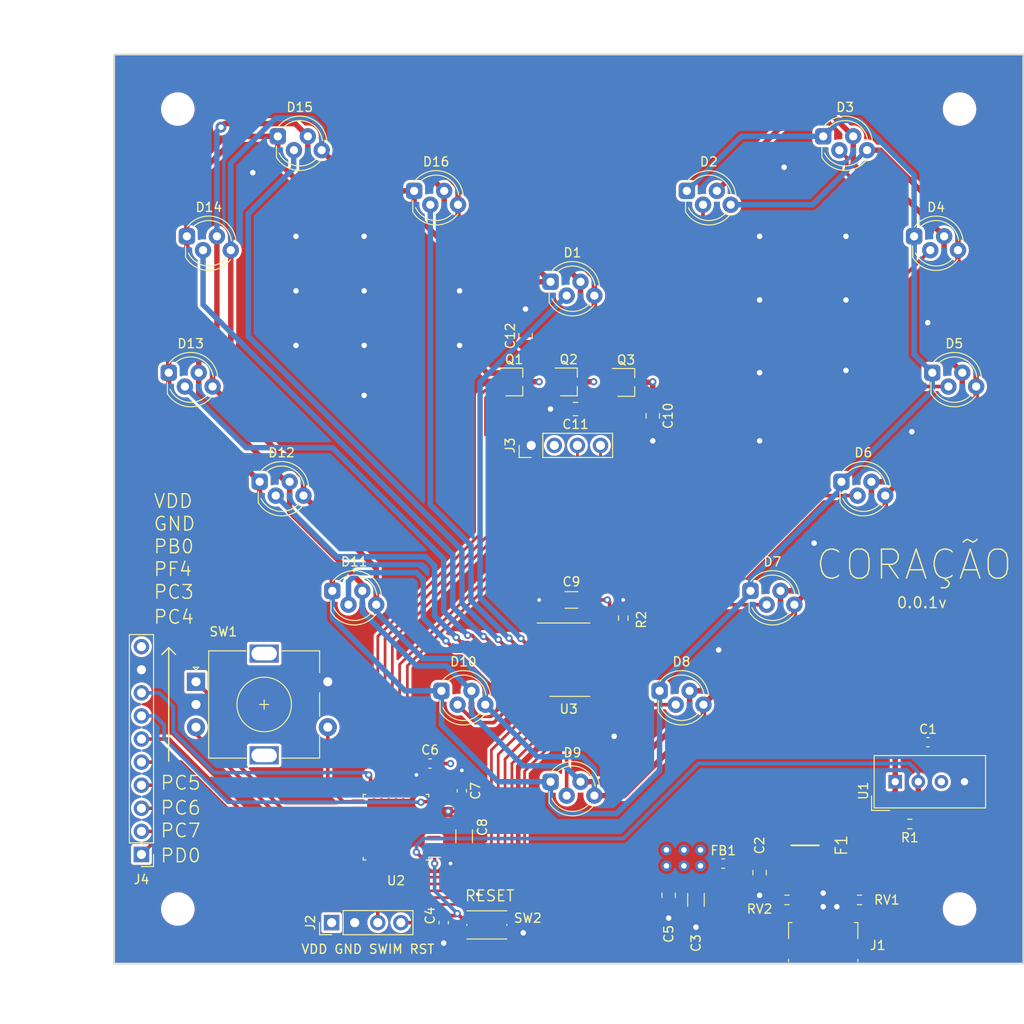
<source format=kicad_pcb>
(kicad_pcb (version 20221018) (generator pcbnew)
  (layers (0 "F.Cu" signal) (1 "In1.Cu" signal) (2 "In2.Cu" signal) (31 "B.Cu" signal) (34 "B.Paste" user) (35 "F.Paste" user) (36 "B.SilkS" user "B.Silkscreen") (37 "F.SilkS" user "F.Silkscreen") (38 "B.Mask" user) (39 "F.Mask" user) (44 "Edge.Cuts" user))
  (net 0 "")
  (net 4 "GND")
  (net 5 "5V")
  (net 6 "/FUSED_VBUS")
  (net 7 "/VBUS")
  (net 8 "SWIM")
  (net 9 "RST")
  (net 10 "SCL")
  (net 11 "SDA")
  (net 12 "RED")
  (net 13 "GREEN")
  (net 14 "BLUE")
  (net 15 "OUT0")
  (net 16 "OUT1")
  (net 17 "OUT2")
  (net 18 "OUT3")
  (net 19 "OUT4")
  (net 20 "OUT5")
  (net 21 "OUT6")
  (net 22 "OUT7")
  (net 23 "OUT8")
  (net 24 "OUT9")
  (net 25 "OUT10")
  (net 26 "OUT11")
  (net 27 "OUT12")
  (net 28 "OUT13")
  (net 29 "OUT14")
  (net 30 "OUT15")
  (net 31 "EN_RED")
  (net 32 "EN_GREEN")
  (net 33 "EN_BLUE")
  (net 34 "ENC_A")
  (net 35 "ENC_B")
  (net 36 "CLICK")
  (net 37 "SHLD")
  (net 38 "/PD0")
  (net 39 "/PC7")
  (net 40 "/PC6")
  (net 41 "/PC5")
  (net 42 "/PC4")
  (net 43 "/PC3")
  (net 44 "ADC0")
  (net 45 "ADC1")
  (net 46 "DHT22")
  (net 47 "MISO")
  (net 48 "MOSI")
  (net 49 "SCLK")
  (net 50 "LE")
  (net 51 "PWCLK")
  (net 52 "Net-(U2-VCAP)")
  (net 56 "/ledc/REXT")
  (footprint "Button_Switch_SMD:SW_Push_1P1T_NO_CK_KMR2" (layer "F.Cu") (at 141 145.75 180)
    (fp_text reference "SW2")
    (fp_text value "SW_Push" hide)
  )
  (footprint "Capacitor_SMD:C_0603_1608Metric" (layer "F.Cu") (at 136.25 145.5 90)
    (fp_text reference "C4")
    (fp_text value "100n" hide)
  )
  (footprint "Capacitor_SMD:C_0805_2012Metric" (layer "F.Cu") (at 161 142.5 -90)
    (fp_text reference "C5")
    (fp_text value "100n" hide)
  )
  (footprint "Package_SO:TSSOP-24_4.4x7.8mm_P0.65mm" (layer "F.Cu") (at 150.1375 116.575)
    (fp_text reference "U3")
    (fp_text value "LED1642GWTTR" hide)
  )
  (footprint "Resistor_SMD:R_0603_1608Metric" (layer "F.Cu") (at 187.525 134.65)
    (fp_text reference "R1")
    (fp_text value "5.1k" hide)
  )
  (footprint "Connector_PinHeader_2.54mm:PinHeader_1x10_P2.54mm_Vertical" (layer "F.Cu") (at 103 138 180)
    (fp_text reference "J4")
    (fp_text value "Conn_01x10_Pin" hide)
  )
  (footprint "LED_THT:LED_D5.0mm-4_RGB_Staggered_Pins" (layer "F.Cu") (at 108 70)
    (fp_text reference "D14")
    (fp_text value "LED_RKGB")
  )
  (footprint "LED_THT:LED_D5.0mm-4_RGB_Staggered_Pins" (layer "F.Cu") (at 118 59)
    (fp_text reference "D15")
    (fp_text value "LED_RKGB")
  )
  (footprint "Resistor_SMD:R_0603_1608Metric" (layer "F.Cu") (at 182 143 180)
    (fp_text reference "RV1")
    (fp_text value "V55MLA0603LNR" hide)
  )
  (footprint "Package_TO_SOT_SMD:TSOT-23" (layer "F.Cu") (at 150 86)
    (fp_text reference "Q2")
    (fp_text value "FDN340P" hide)
  )
  (footprint "Connector_PinHeader_2.54mm:PinHeader_1x04_P2.54mm_Vertical" (layer "F.Cu") (at 145.88 93 90)
    (fp_text reference "J3")
    (fp_text value "Conn_01x04_Pin" hide)
  )
  (footprint "Capacitor_SMD:C_1206_3216Metric" (layer "F.Cu") (at 138.5 136 -90)
    (fp_text reference "C8")
    (fp_text value "1u" hide)
  )
  (footprint "Capacitor_SMD:C_0805_2012Metric" (layer "F.Cu") (at 159.25 89.75 -90)
    (fp_text reference "C10")
    (fp_text value "TBD" hide)
  )
  (footprint "MountingHole:MountingHole_3.2mm_M3" (layer "F.Cu") (at 193 56)
    (fp_text reference "H2" hide)
    (fp_text value "MountingHole")
  )
  (footprint "Package_TO_SOT_SMD:TSOT-23" (layer "F.Cu") (at 144 86)
    (fp_text reference "Q1")
    (fp_text value "FDN340P" hide)
  )
  (footprint "LED_THT:LED_D5.0mm-4_RGB_Staggered_Pins" (layer "F.Cu") (at 124 109)
    (fp_text reference "D11")
    (fp_text value "LED_RKGB")
  )
  (footprint "Capacitor_SMD:C_0603_1608Metric" (layer "F.Cu") (at 134.75 128 180)
    (fp_text reference "C6")
    (fp_text value "100n" hide)
  )
  (footprint "Package_QFP:LQFP-32_7x7mm_P0.8mm" (layer "F.Cu") (at 131 135 180)
    (fp_text reference "U2")
    (fp_text value "STM8S105K6" hide)
  )
  (footprint "Package_TO_SOT_SMD:TSOT-23" (layer "F.Cu") (at 156.31 86.05)
    (fp_text reference "Q3")
    (fp_text value "FDN340P" hide)
  )
  (footprint "LED_THT:LED_D5.0mm-4_RGB_Staggered_Pins" (layer "F.Cu") (at 160 120)
    (fp_text reference "D8")
    (fp_text value "LED_RKGB")
  )
  (footprint "LED_THT:LED_D5.0mm-4_RGB_Staggered_Pins" (layer "F.Cu") (at 163 65)
    (fp_text reference "D2")
    (fp_text value "LED_RKGB")
  )
  (footprint "LED_THT:LED_D5.0mm-4_RGB_Staggered_Pins" (layer "F.Cu") (at 190 85)
    (fp_text reference "D5")
    (fp_text value "LED_RKGB")
  )
  (footprint "Capacitor_SMD:C_1206_3216Metric" (layer "F.Cu") (at 164 143 -90)
    (fp_text reference "C3")
    (fp_text value "1u" hide)
  )
  (footprint "Resistor_SMD:R_0603_1608Metric" (layer "F.Cu") (at 156 112 90)
    (fp_text reference "R2")
    (fp_text value "11k" hide)
  )
  (footprint "LED_THT:LED_D5.0mm-4_RGB_Staggered_Pins" (layer "F.Cu") (at 106 85)
    (fp_text reference "D13")
    (fp_text value "LED_RKGB")
  )
  (footprint "LED_THT:LED_D5.0mm-4_RGB_Staggered_Pins" (layer "F.Cu") (at 180 97)
    (fp_text reference "D6")
    (fp_text value "LED_RKGB")
  )
  (footprint "Resistor_SMD:R_0603_1608Metric" (layer "F.Cu") (at 174 143 180)
    (fp_text reference "RV2")
    (fp_text value "V55MLA0603LNR" hide)
  )
  (footprint "LED_THT:LED_D5.0mm-4_RGB_Staggered_Pins" (layer "F.Cu") (at 148 130)
    (fp_text reference "D9")
    (fp_text value "LED_RKGB")
  )
  (footprint "LED_THT:LED_D5.0mm-4_RGB_Staggered_Pins" (layer "F.Cu") (at 136 120)
    (fp_text reference "D10")
    (fp_text value "LED_RKGB")
  )
  (footprint "Connector_PinHeader_2.54mm:PinHeader_1x04_P2.54mm_Vertical" (layer "F.Cu") (at 123.92 145.5 90)
    (fp_text reference "J2")
    (fp_text value "Conn_01x04_Pin" hide)
  )
  (footprint "pcrap:MINISMDC050F2" (layer "F.Cu") (at 176 137 90)
    (fp_text reference "F1")
    (fp_text value "MINISMDC050F-2" hide)
  )
  (footprint "MountingHole:MountingHole_3.2mm_M3" (layer "F.Cu") (at 107 144)
    (fp_text reference "H3" hide)
    (fp_text value "MountingHole")
  )
  (footprint "Capacitor_SMD:C_0805_2012Metric" (layer "F.Cu") (at 171 140 -90)
    (fp_text reference "C2")
    (fp_text value "100n" hide)
  )
  (footprint "Capacitor_SMD:C_0603_1608Metric" (layer "F.Cu") (at 138.25 131 90)
    (fp_text reference "C7")
    (fp_text value "100n" hide)
  )
  (footprint "Capacitor_SMD:C_0805_2012Metric" (layer "F.Cu") (at 145.25 80.95 90)
    (fp_text reference "C12")
    (fp_text value "TBD" hide)
  )
  (footprint "LED_THT:LED_D5.0mm-4_RGB_Staggered_Pins" (layer "F.Cu") (at 116 97)
    (fp_text reference "D12")
    (fp_text value "LED_RKGB")
  )
  (footprint "Sensor:Aosong_DHT11_5.5x12.0_P2.54mm" (layer "F.Cu") (at 185.92 130 90)
    (fp_text reference "U1")
    (fp_text value "DHT11" hide)
  )
  (footprint "LED_THT:LED_D5.0mm-4_RGB_Staggered_Pins" (layer "F.Cu") (at 133 65)
    (fp_text reference "D16")
    (fp_text value "LED_RKGB")
  )
  (footprint "LED_THT:LED_D5.0mm-4_RGB_Staggered_Pins" (layer "F.Cu") (at 148 75)
    (fp_text reference "D1")
    (fp_text value "LED_RKGB")
  )
  (footprint "MountingHole:MountingHole_3.2mm_M3" (layer "F.Cu") (at 107 56)
    (fp_text reference "H1" hide)
    (fp_text value "MountingHole")
  )
  (footprint "Rotary_Encoder:RotaryEncoder_Alps_EC11E-Switch_Vertical_H20mm" (layer "F.Cu") (at 109 119)
    (fp_text reference "SW1")
    (fp_text value "RotaryEncoder_Switch")
  )
  (footprint "Inductor_SMD:L_0603_1608Metric" (layer "F.Cu") (at 167 139)
    (fp_text reference "FB1")
    (fp_text value "220@100MHz" hide)
  )
  (footprint "Capacitor_SMD:C_1206_3216Metric" (layer "F.Cu") (at 150.3 110 180)
    (fp_text reference "C9")
    (fp_text value "1u" hide)
  )
  (footprint "Connector_USB:USB_Micro-B_Molex_47346-0001" (layer "F.Cu") (at 178 147.2)
    (fp_text reference "J1")
    (fp_text value "USB_B_Micro" hide)
  )
  (footprint "LED_THT:LED_D5.0mm-4_RGB_Staggered_Pins" (layer "F.Cu") (at 170 109)
    (fp_text reference "D7")
    (fp_text value "LED_RKGB")
  )
  (footprint "LED_THT:LED_D5.0mm-4_RGB_Staggered_Pins" (layer "F.Cu") (at 188 70)
    (fp_text reference "D4")
    (fp_text value "LED_RKGB")
  )
  (footprint "MountingHole:MountingHole_3.2mm_M3" (layer "F.Cu") (at 193 144)
    (fp_text reference "H4" hide)
    (fp_text value "MountingHole")
  )
  (footprint "LED_THT:LED_D5.0mm-4_RGB_Staggered_Pins" (layer "F.Cu") (at 178 59)
    (fp_text reference "D3")
    (fp_text value "LED_RKGB")
  )
  (footprint "Capacitor_SMD:C_0603_1608Metric" (layer "F.Cu") (at 189.525 125.65)
    (fp_text reference "C1")
    (fp_text value "100n" hide)
  )
  (footprint "Capacitor_SMD:C_0805_2012Metric" (layer "F.Cu") (at 150.75 89 180)
    (fp_text reference "C11")
    (fp_text value "TBD" hide)
  )
  (gr_line (start 106 127.75) (end 106 115.25) (stroke (width 0.15)) (layer "F.SilkS"))
  (gr_line (start 106 115.25) (end 105.25 116) (stroke (width 0.15)) (layer "F.SilkS"))
  (gr_line (start 106 115.25) (end 106.75 116) (stroke (width 0.15)) (layer "F.SilkS"))
  (gr_rect (start 100 50) (end 200 150) (stroke (width 0.2)) (fill none) (layer "Edge.Cuts"))
  (gr_text "CORAÇÃO" (at 177 108) (layer "F.SilkS") (effects (font (size 3.2 3.2)) (justify left bottom)))
  (gr_text "0.0.1v" (at 186 111) (layer "F.SilkS") (effects (font (size 1.2 1.2)) (justify left bottom)))
  (gr_text "PD0" (at 105 139) (layer "F.SilkS") (effects (font (size 1.5 1.5)) (justify left bottom)))
  (gr_text "PB0" (at 104.25 105) (layer "F.SilkS") (effects (font (size 1.5 1.5)) (justify left bottom)))
  (gr_text "PC3" (at 104.25 110) (layer "F.SilkS") (effects (font (size 1.5 1.5)) (justify left bottom)))
  (gr_text "RESET" (at 138.5 143.25) (layer "F.SilkS") (effects (font (size 1.2 1.2)) (justify left bottom)))
  (gr_text "PC5" (at 105 131) (layer "F.SilkS") (effects (font (size 1.5 1.5)) (justify left bottom)))
  (gr_text "VDD GND SWIM RST" (at 120.5 149) (layer "F.SilkS") (effects (font (size 1 1)) (justify left bottom)))
  (gr_text "PC4" (at 104.25 112.75) (layer "F.SilkS") (effects (font (size 1.5 1.5)) (justify left bottom)))
  (gr_text "GND" (at 104.25 102.5) (layer "F.SilkS") (effects (font (size 1.5 1.5)) (justify left bottom)))
  (gr_text "PC6" (at 105 133.75) (layer "F.SilkS") (effects (font (size 1.5 1.5)) (justify left bottom)))
  (gr_text "PF4" (at 104.25 107.5) (layer "F.SilkS") (effects (font (size 1.5 1.5)) (justify left bottom)))
  (gr_text "PC7" (at 105 136.25) (layer "F.SilkS") (effects (font (size 1.5 1.5)) (justify left bottom)))
  (gr_text "VDD" (at 104.25 100) (layer "F.SilkS") (effects (font (size 1.5 1.5)) (justify left bottom)))
  (segment (start 133.5 128) (end 133.25 128.25) (width 0.4) (layer "F.Cu") (net 4))
  (segment (start 146.25 110) (end 145.25 111) (width 0.4) (layer "F.Cu") (net 4))
  (segment (start 145.25 111) (end 145.25 112.25) (width 0.4) (layer "F.Cu") (net 4))
  (segment (start 179.3 145.74) (end 179.3 143.95) (width 0.4) (layer "F.Cu") (net 4))
  (segment (start 179.3 143.95) (end 179.5 143.75) (width 0.4) (layer "F.Cu") (net 4))
  (segment (start 145.25 112.25) (end 146 113) (width 0.4) (layer "F.Cu") (net 4))
  (segment (start 133.975 128) (end 133.5 128) (width 0.4) (layer "F.Cu") (net 4))
  (segment (start 133 129.5) (end 133 130.825) (width 0.4) (layer "F.Cu") (net 4))
  (segment (start 146 113) (end 147.275 113) (width 0.4) (layer "F.Cu") (net 4))
  (segment (start 181.175 143) (end 180.25 143) (width 0.4) (layer "F.Cu") (net 4))
  (segment (start 190.3 125.65) (end 192.4 125.65) (width 0.6) (layer "F.Cu") (net 4))
  (segment (start 146.75 110) (end 146.25 110) (width 0.4) (layer "F.Cu") (net 4))
  (segment (start 193.54 126.79) (end 193.54 130) (width 0.6) (layer "F.Cu") (net 4))
  (segment (start 137 139) (end 137.5 139) (width 0.4) (layer "F.Cu") (net 4))
  (segment (start 148.825 110) (end 146.75 110) (width 0.4) (layer "F.Cu") (net 4))
  (segment (start 138.5 138) (end 138.5 137.475) (width 0.4) (layer "F.Cu") (net 4))
  (segment (start 138.25 130.225) (end 138.25 128.75) (width 0.4) (layer "F.Cu") (net 4))
  (segment (start 164 144.475) (end 164 145.75) (width 0.6) (layer "F.Cu") (net 4))
  (segment (start 133.25 129.25) (end 133 129.5) (width 0.4) (layer "F.Cu") (net 4))
  (segment (start 180.25 143) (end 179.5 143.75) (width 0.4) (layer "F.Cu") (net 4))
  (segment (start 137.5 139) (end 138.5 138) (width 0.4) (layer "F.Cu") (net 4))
  (segment (start 136.25 146.275) (end 136.25 147.5) (width 0.4) (layer "F.Cu") (net 4))
  (segment (start 171 142.25) (end 171 140.95) (width 0.6) (layer "F.Cu") (net 4))
  (segment (start 161 143.45) (end 161 144.75) (width 0.6) (layer "F.Cu") (net 4))
  (segment (start 192.4 125.65) (end 193.54 126.79) (width 0.6) (layer "F.Cu") (net 4))
  (segment (start 156 110) (end 156 111.175) (width 0.4) (layer "F.Cu") (net 4))
  (segment (start 133.25 128.25) (end 133.25 129.25) (width 0.4) (layer "F.Cu") (net 4))
  (via (at 145 146.625) (size 1.2) (drill 0.6) (layers "F.Cu" "B.Cu") (net 4))
  (via (at 138 76) (size 1.2) (drill 0.6) (layers "F.Cu" "B.Cu") (net 4))
  (via (at 120 82) (size 1.2) (drill 0.6) (layers "F.Cu" "B.Cu") (net 4))
  (via (at 136.25 147.75) (size 1.2) (drill 0.6) (layers "F.Cu" "B.Cu") (net 4))
  (via (at 156 110) (size 0.8) (drill 0.4) (layers "F.Cu" "B.Cu") (net 4))
  (via (at 171 142.5) (size 1.2) (drill 0.6) (layers "F.Cu" "B.Cu") (net 4))
  (via (at 180.5 77) (size 1.2) (drill 0.6) (layers "F.Cu" "B.Cu") (net 4))
  (via (at 178 143.75) (size 1.2) (drill 0.6) (layers "F.Cu" "B.Cu") (net 4))
  (via (at 180.5 84.75) (size 1.2) (drill 0.6) (layers "F.Cu" "B.Cu") (net 4))
  (via (at 171 77) (size 1.2) (drill 0.6) (layers "F.Cu" "B.Cu") (net 4))
  (via (at 127.5 82) (size 1.2) (drill 0.6) (layers "F.Cu" "B.Cu") (net 4))
  (via (at 115.25 63) (size 1.2) (drill 0.6) (layers "F.Cu" "B.Cu") (net 4))
  (via (at 140 142.375) (size 0.8) (drill 0.4) (layers "F.Cu" "B.Cu") (net 4))
  (via (at 138 82) (size 1.2) (drill 0.6) (layers "F.Cu" "B.Cu") (net 4))
  (via (at 127.5 76) (size 1.2) (drill 0.6) (layers "F.Cu" "B.Cu") (net 4))
  (via (at 173.7 62.4) (size 1.2) (drill 0.6) (layers "F.Cu" "B.Cu") (net 4))
  (via (at 138.25 128.75) (size 0.8) (drill 0.4) (layers "F.Cu" "B.Cu") (net 4))
  (via (at 171 92.5) (size 1.2) (drill 0.6) (layers "F.Cu" "B.Cu") (net 4))
  (via (at 120 76) (size 1.2) (drill 0.6) (layers "F.Cu" "B.Cu") (net 4))
  (via (at 171 70) (size 1.2) (drill 0.6) (layers "F.Cu" "B.Cu") (net 4))
  (via (at 133.25 129.25) (size 0.8) (drill 0.4) (layers "F.Cu" "B.Cu") (net 4))
  (via (at 178 142.25) (size 1.2) (drill 0.6) (layers "F.Cu" "B.Cu") (net 4))
  (via (at 155 125) (size 1.2) (drill 0.6) (layers "F.Cu" "B.Cu") (net 4))
  (via (at 189.5 79.5) (size 1.2) (drill 0.6) (layers "F.Cu" "B.Cu") (net 4))
  (via (at 148 89) (size 1.2) (drill 0.6) (layers "F.Cu" "B.Cu") (net 4))
  (via (at 137 139) (size 0.8) (drill 0.4) (layers "F.Cu" "B.Cu") (net 4))
  (via (at 179.5 143.75) (size 1.2) (drill 0.6) (layers "F.Cu" "B.Cu") (net 4))
  (via (at 120 70) (size 1.2) (drill 0.6) (layers "F.Cu" "B.Cu") (net 4))
  (via (at 159.25 92.5) (size 1.2) (drill 0.6) (layers "F.Cu" "B.Cu") (net 4))
  (via (at 145.25 78) (size 1.2) (drill 0.6) (layers "F.Cu" "B.Cu") (net 4))
  (via (at 146.75 110) (size 0.8) (drill 0.4) (layers "F.Cu" "B.Cu") (net 4))
  (via (at 177 103.75) (size 1.2) (drill 0.6) (layers "F.Cu" "B.Cu") (net 4))
  (via (at 164 146) (size 1.2) (drill 0.6) (layers "F.Cu" "B.Cu") (net 4))
  (via (at 127.5 70) (size 1.2) (drill 0.6) (layers "F.Cu" "B.Cu") (net 4))
  (via (at 127.5 87.5) (size 1.2) (drill 0.6) (layers "F.Cu" "B.Cu") (net 4))
  (via (at 171 85) (size 1.2) (drill 0.6) (layers "F.Cu" "B.Cu") (net 4))
  (via (at 166.5 115.5) (size 1.2) (drill 0.6) (layers "F.Cu" "B.Cu") (net 4))
  (via (at 180.5 70) (size 1.2) (drill 0.6) (layers "F.Cu" "B.Cu") (net 4))
  (via (at 161 145) (size 1.2) (drill 0.6) (layers "F.Cu" "B.Cu") (net 4))
  (via (at 187.75 91.5) (size 1.2) (drill 0.6) (layers "F.Cu" "B.Cu") (net 4))
  (segment (start 135.525 128) (end 135.525 128.725) (width 0.4) (layer "F.Cu") (net 5))
  (segment (start 154.25 110) (end 151.775 110) (width 0.4) (layer "F.Cu") (net 5))
  (segment (start 152.75 86) (end 151.31 86) (width 0.6) (layer "F.Cu") (net 5))
  (segment (start 159.25 88.8) (end 159.25 86) (width 0.6) (layer "F.Cu") (net 5))
  (segment (start 154.5 110.25) (end 154.25 110) (width 0.4) (layer "F.Cu") (net 5))
  (segment (start 153 113) (end 154.25 113) (width 0.4) (layer "F.Cu") (net 5))
  (segment (start 184.75 132.25) (end 184.75 134) (width 0.6) (layer "F.Cu") (net 5))
  (segment (start 138.25 131.775) (end 138.25 132.75) (width 0.4) (layer "F.Cu") (net 5))
  (segment (start 157.62 86.05) (end 159.2 86.05) (width 0.6) (layer "F.Cu") (net 5))
  (segment (start 185.4 134.65) (end 186.7 134.65) (width 0.6) (layer "F.Cu") (net 5))
  (segment (start 151.7 86.39) (end 151.31 86) (width 0.6) (layer "F.Cu") (net 5))
  (segment (start 185.92 131.08) (end 184.75 132.25) (width 0.6) (layer "F.Cu") (net 5))
  (segment (start 137 128) (end 135.525 128) (width 0.4) (layer "F.Cu") (net 5))
  (segment (start 137.75 133.25) (end 136.75 133.25) (width 0.4) (layer "F.Cu") (net 5))
  (segment (start 161.025 141.525) (end 161 141.55) (width 0.4) (layer "F.Cu") (net 5))
  (segment (start 184.75 134) (end 185.4 134.65) (width 0.6) (layer "F.Cu") (net 5))
  (segment (start 151.7 89) (end 151.7 86.39) (width 0.6) (layer "F.Cu") (net 5))
  (segment (start 135.525 128.725) (end 133.8 130.45) (width 0.4) (layer "F.Cu") (net 5))
  (segment (start 159.2 86.05) (end 159.25 86) (width 0.6) (layer "F.Cu") (net 5))
  (segment (start 188.75 125.65) (end 187.1 125.65) (width 0.6) (layer "F.Cu") (net 5))
  (segment (start 185.92 130) (end 185.92 131.08) (width 0.6) (layer "F.Cu") (net 5))
  (segment (start 154.25 113) (end 154.5 112.75) (width 0.4) (layer "F.Cu") (net 5))
  (segment (start 154.5 112.75) (end 154.5 110.25) (width 0.4) (layer "F.Cu") (net 5))
  (segment (start 138.25 132.75) (end 137.75 133.25) (width 0.4) (layer "F.Cu") (net 5))
  (segment (start 185.92 126.83) (end 185.92 130) (width 0.6) (layer "F.Cu") (net 5))
  (segment (start 133.8 130.45) (end 133.8 130.825) (width 0.4) (layer "F.Cu") (net 5))
  (segment (start 187.1 125.65) (end 185.92 126.83) (width 0.6) (layer "F.Cu") (net 5))
  (segment (start 146.75 86) (end 145.31 86) (width 0.6) (layer "F.Cu") (net 5))
  (segment (start 145.25 85.94) (end 145.31 86) (width 0.6) (layer "F.Cu") (net 5))
  (segment (start 145.25 81.9) (end 145.25 85.94) (width 0.6) (layer "F.Cu") (net 5))
  (via (at 162.675 139.25) (size 1.2) (drill 0.6) (layers "F.Cu" "B.Cu") (net 5))
  (via (at 160.75 139.25) (size 1.2) (drill 0.6) (layers "F.Cu" "B.Cu") (net 5))
  (via (at 164.5 139.25) (size 1.2) (drill 0.6) (layers "F.Cu" "B.Cu") (net 5))
  (via (at 137 128) (size 0.8) (drill 0.4) (layers "F.Cu" "B.Cu") (net 5))
  (via (at 146.75 86) (size 0.8) (drill 0.4) (layers "F.Cu" "B.Cu") (net 5))
  (via (at 152.75 86) (size 0.8) (drill 0.4) (layers "F.Cu" "B.Cu") (net 5))
  (via (at 154.25 110) (size 0.8) (drill 0.4) (layers "F.Cu" "B.Cu") (net 5))
  (via (at 136.75 133.25) (size 0.8) (drill 0.4) (layers "F.Cu" "B.Cu") (net 5))
  (via (at 162.675 137.5) (size 1.2) (drill 0.6) (layers "F.Cu" "B.Cu") (net 5))
  (via (at 159.25 86) (size 0.8) (drill 0.4) (layers "F.Cu" "B.Cu") (net 5))
  (via (at 164.5 137.5) (size 1.2) (drill 0.6) (layers "F.Cu" "B.Cu") (net 5))
  (via (at 160.75 137.5) (size 1.2) (drill 0.6) (layers "F.Cu" "B.Cu") (net 5))
  (segment (start 167.8375 139.05) (end 167.7875 139) (width 0.4) (layer "F.Cu") (net 6))
  (segment (start 172.39 134.61) (end 171 136) (width 0.6) (layer "F.Cu") (net 6))
  (segment (start 176 134.61) (end 172.39 134.61) (width 0.6) (layer "F.Cu") (net 6))
  (segment (start 171 136) (end 171 139.05) (width 0.6) (layer "F.Cu") (net 6))
  (segment (start 171 139.05) (end 167.8375 139.05) (width 0.6) (layer "F.Cu") (net 6))
  (segment (start 176.7 144.95) (end 176 144.25) (width 0.4) (layer "F.Cu") (net 7))
  (segment (start 176 143) (end 176 139.39) (width 0.6) (layer "F.Cu") (net 7))
  (segment (start 176 143) (end 174.825 143) (width 0.6) (layer "F.Cu") (net 7))
  (segment (start 176.7 145.74) (end 176.7 144.95) (width 0.4) (layer "F.Cu") (net 7))
  (segment (start 176 144.25) (end 176 143) (width 0.6) (layer "F.Cu") (net 7))
  (segment (start 129 145.5) (end 129 139.175) (width 0.4) (layer "F.Cu") (net 8))
  (segment (start 136.25 144.725) (end 137.525 144.725) (width 0.4) (layer "F.Cu") (net 9))
  (segment (start 135.25 139) (end 135.25 137.875) (width 0.4) (layer "F.Cu") (net 9))
  (segment (start 138.25 145) (end 137.75 144.5) (width 0.4) (layer "F.Cu") (net 9))
  (segment (start 136.25 144.725) (end 134.775 144.725) (width 0.4) (layer "F.Cu") (net 9))
  (segment (start 137.525 144.725) (end 137.75 144.5) (width 0.4) (layer "F.Cu") (net 9))
  (segment (start 134 145.5) (end 131.54 145.5) (width 0.4) (layer "F.Cu") (net 9))
  (segment (start 135.25 137.875) (end 135.175 137.8) (width 0.4) (layer "F.Cu") (net 9))
  (segment (start 143.15 145) (end 139.05 145) (width 0.4) (layer "F.Cu") (net 9))
  (segment (start 139.05 145) (end 138.25 145) (width 0.4) (layer "F.Cu") (net 9))
  (segment (start 134.775 144.725) (end 134 145.5) (width 0.4) (layer "F.Cu") (net 9))
  (via (at 135.25 139) (size 0.8) (drill 0.4) (layers "F.Cu" "B.Cu") (net 9))
  (via (at 137.75 144.5) (size 0.8) (drill 0.4) (layers "F.Cu" "B.Cu") (net 9))
  (segment (start 135.25 142) (end 135.25 139) (width 0.4) (layer "B.Cu") (net 9))
  (segment (start 137.75 144.5) (end 135.25 142) (width 0.4) (layer "B.Cu") (net 9))
  (segment (start 150.96 97.54) (end 150.96 93) (width 0.3) (layer "F.Cu") (net 10))
  (segment (start 131.4 117.1) (end 150.96 97.54) (width 0.3) (layer "F.Cu") (net 10))
  (segment (start 131.4 130.825) (end 131.4 117.1) (width 0.3) (layer "F.Cu") (net 10))
  (segment (start 132.25 117.25) (end 153.5 96) (width 0.3) (layer "F.Cu") (net 11))
  (segment (start 132.25 130.775) (end 132.25 117.25) (width 0.3) (layer "F.Cu") (net 11))
  (segment (start 132.2 130.825) (end 132.25 130.775) (width 0.3) (layer "F.Cu") (net 11))
  (segment (start 153.5 96) (end 153.5 93) (width 0.3) (layer "F.Cu") (net 11))
  (segment (start 113.5 59) (end 108 64.5) (width 0.6) (layer "F.Cu") (net 12))
  (segment (start 106 83) (end 106 85) (width 0.6) (layer "F.Cu") (net 12))
  (segment (start 140.5 76.8) (end 142.3 75) (width 0.6) (layer "F.Cu") (net 12))
  (segment (start 108 81) (end 106 83) (width 0.6) (layer "F.Cu") (net 12))
  (segment (start 106 85) (end 106 87) (width 0.6) (layer "F.Cu") (net 12))
  (segment (start 108 64.5) (end 108 70) (width 0.6) (layer "F.Cu") (net 12))
  (segment (start 144.25 71.25) (end 136.75 71.25) (width 0.6) (layer "F.Cu") (net 12))
  (segment (start 140.5 84.5) (end 140.5 76.8) (width 0.6) (layer "F.Cu") (net 12))
  (segment (start 108 70) (end 108 81) (width 0.6) (layer "F.Cu") (net 12))
  (segment (start 133 65) (end 121.25 65) (width 0.6) (layer "F.Cu") (net 12))
  (segment (start 118 61.75) (end 118 59) (width 0.6) (layer "F.Cu") (net 12))
  (segment (start 142.3 75) (end 148 75) (width 0.6) (layer "F.Cu") (net 12))
  (segment (start 142.69 85.05) (end 141.05 85.05) (width 0.6) (layer "F.Cu") (net 12))
  (segment (start 148 75) (end 144.25 71.25) (width 0.6) (layer "F.Cu") (net 12))
  (segment (start 106 87) (end 116 97) (width 0.6) (layer "F.Cu") (net 12))
  (segment (start 141.05 85.05) (end 140.5 84.5) (width 0.6) (layer "F.Cu") (net 12))
  (segment (start 118 59) (end 113.5 59) (width 0.6) (layer "F.Cu") (net 12))
  (segment (start 136.75 71.25) (end 133 67.5) (width 0.6) (layer "F.Cu") (net 12))
  (segment (start 121.25 65) (end 118 61.75) (width 0.6) (layer "F.Cu") (net 12))
  (segment (start 133 67.5) (end 133 65) (width 0.6) (layer "F.Cu") (net 12))
  (segment (start 116 97) (end 116 99.5) (width 0.6) (layer "F.Cu") (net 12))
  (segment (start 124 107.5) (end 124 109) (width 0.6) (layer "F.Cu") (net 12))
  (segment (start 116 99.5) (end 124 107.5) (width 0.6) (layer "F.Cu") (net 12))
  (segment (start 148 130) (end 148 132.5) (width 0.6) (layer "B.Cu") (net 12))
  (segment (start 124 109) (end 124 112) (width 0.6) (layer "B.Cu") (net 12))
  (segment (start 170 109.25) (end 170 109) (width 0.6) (layer "B.Cu") (net 12))
  (segment (start 178 59) (end 169 59) (width 0.6) (layer "B.Cu") (net 12))
  (segment (start 136 120) (end 136 123.75) (width 0.6) (layer "B.Cu") (net 12))
  (segment (start 188 83) (end 188 70) (width 0.6) (layer "B.Cu") (net 12))
  (segment (start 190 85) (end 188 83) (width 0.6) (layer "B.Cu") (net 12))
  (segment (start 179.75 57.25) (end 178 59) (width 0.6) (layer "B.Cu") (net 12))
  (segment (start 180 97) (end 190 87) (width 0.6) (layer "B.Cu") (net 12))
  (segment (start 169 59) (end 163 65) (width 0.6) (layer "B.Cu") (net 12))
  (segment (start 155.25 133.5) (end 160 128.75) (width 0.6) (layer "B.Cu") (net 12))
  (segment (start 142.25 130) (end 148 130) (width 0.6) (layer "B.Cu") (net 12))
  (segment (start 160 119.25) (end 170 109.25) (width 0.6) (layer "B.Cu") (net 12))
  (segment (start 182 57.25) (end 179.75 57.25) (width 0.6) (layer "B.Cu") (net 12))
  (segment (start 188 63.25) (end 182 57.25) (width 0.6) (layer "B.Cu") (net 12))
  (segment (start 190 87) (end 190 85) (width 0.6) (layer "B.Cu") (net 12))
  (segment (start 132 120) (end 136 120) (width 0.6) (layer "B.Cu") (net 12))
  (segment (start 180 97.75) (end 180 97) (width 0.6) (layer "B.Cu") (net 12))
  (segment (start 170 109) (end 170 107.75) (width 0.6) (layer "B.Cu") (net 12))
  (segment (start 160 120) (end 160 119.25) (width 0.6) (layer "B.Cu") (net 12))
  (segment (start 124 112) (end 132 120) (width 0.6) (layer "B.Cu") (net 12))
  (segment (start 136 123.75) (end 142.25 130) (width 0.6) (layer "B.Cu") (net 12))
  (segment (start 170 107.75) (end 180 97.75) (width 0.6) (layer "B.Cu") (net 12))
  (segment (start 188 70) (end 188 63.25) (width 0.6) (layer "B.Cu") (net 12))
  (segment (start 160 128.75) (end 160 120) (width 0.6) (layer "B.Cu") (net 12))
  (segment (start 148 132.5) (end 149 133.5) (width 0.6) (layer "B.Cu") (net 12))
  (segment (start 149 133.5) (end 155.25 133.5) (width 0.6) (layer "B.Cu") (net 12))
  (segment (start 183.802 62.5) (end 181.75 62.5) (width 0.6) (layer "F.Cu") (net 13))
  (segment (start 144.75 70.25) (end 138.5 70.25) (width 0.6) (layer "F.Cu") (net 13))
  (segment (start 112.15 57.6) (end 111.75 58) (width 0.6) (layer "F.Cu") (net 13))
  (segment (start 147.5 73) (end 144.75 70.25) (width 0.6) (layer "F.Cu") (net 13))
  (segment (start 173.302 111.272792) (end 173.302 109) (width 0.6) (layer "F.Cu") (net 13))
  (segment (start 151.302 75) (end 149.302 73) (width 0.6) (layer "F.Cu") (net 13))
  (segment (start 193.302 85) (end 193.302 88.573) (width 0.6) (layer "F.Cu") (net 13))
  (segment (start 138.5 70.25) (end 136.302 68.052) (width 0.6) (layer "F.Cu") (net 13))
  (segment (start 147 83) (end 151.302 78.698) (width 0.6) (layer "F.Cu") (net 13))
  (segment (start 181.302 59) (end 179.052 56.75) (width 0.6) (layer "F.Cu") (net 13))
  (segment (start 109.302 87.427) (end 118.875 97) (width 0.6) (layer "F.Cu") (net 13))
  (segment (start 118.875 97) (end 119.302 97) (width 0.6) (layer "F.Cu") (net 13))
  (segment (start 193.302 85) (end 191.302 83) (width 0.6) (layer "F.Cu") (net 13))
  (segment (start 121.302 59) (end 119.902 57.6) (width 0.6) (layer "F.Cu") (net 13))
  (segment (start 181.302 62.052) (end 181.302 59) (width 0.6) (layer "F.Cu") (net 13))
  (segment (start 155.5 130) (end 163.302 122.198) (width 0.6) (layer "F.Cu") (net 13))
  (segment (start 147 84.5) (end 147 83) (width 0.6) (layer "F.Cu") (net 13))
  (segment (start 173.302 109) (end 174.75 109) (width 0.6) (layer "F.Cu") (net 13))
  (segment (start 134.552 63.25) (end 123 63.25) (width 0.6) (layer "F.Cu") (net 13))
  (segment (start 184.875 97) (end 183.302 97) (width 0.6) (layer "F.Cu") (net 13))
  (segment (start 119.902 57.6) (end 112.15 57.6) (width 0.6) (layer "F.Cu") (net 13))
  (segment (start 174.75 109) (end 183.302 100.448) (width 0.6) (layer "F.Cu") (net 13))
  (segment (start 163.302 120) (end 164.574792 120) (width 0.6) (layer "F.Cu") (net 13))
  (segment (start 111.302 80.948) (end 109.302 82.948) (width 0.6) (layer "F.Cu") (net 13))
  (segment (start 119.302 97) (end 119.302 100.302) (width 0.6) (layer "F.Cu") (net 13))
  (segment (start 181.75 62.5) (end 181.302 62.052) (width 0.6) (layer "F.Cu") (net 13))
  (segment (start 191.302 83) (end 191.302 70) (width 0.6) (layer "F.Cu") (net 13))
  (segment (start 127.302 108.302) (end 127.302 109) (width 0.6) (layer "F.Cu") (net 13))
  (segment (start 121.302 61.552) (end 121.302 59) (width 0.6) (layer "F.Cu") (net 13))
  (segment (start 163.302 122.198) (end 163.302 120) (width 0.6) (layer "F.Cu") (net 13))
  (segment (start 191.302 70) (end 183.802 62.5) (width 0.6) (layer "F.Cu") (net 13))
  (segment (start 109.302 82.948) (end 109.302 85) (width 0.6) (layer "F.Cu") (net 13))
  (segment (start 111.302 70) (end 111.302 80.948) (width 0.6) (layer "F.Cu") (net 13))
  (segment (start 193.302 88.573) (end 184.875 97) (width 0.6) (layer "F.Cu") (net 13))
  (segment (start 119.302 100.302) (end 127.302 108.302) (width 0.6) (layer "F.Cu") (net 13))
  (segment (start 183.302 100.448) (end 183.302 97) (width 0.6) (layer "F.Cu") (net 13))
  (segment (start 148.69 85.05) (end 147.55 85.05) (width 0.6) (layer "F.Cu") (net 13))
  (segment (start 179.052 56.75) (end 174.552 56.75) (width 0.6) (layer "F.Cu") (net 13))
  (segment (start 147.55 85.05) (end 147 84.5) (width 0.6) (layer "F.Cu") (net 13))
  (segment (start 151.302 130) (end 155.5 130) (width 0.6) (layer "F.Cu") (net 13))
  (segment (start 123 63.25) (end 121.302 61.552) (width 0.6) (layer "F.Cu") (net 13))
  (segment (start 109.302 85) (end 109.302 87.427) (width 0.6) (layer "F.Cu") (net 13))
  (segment (start 136.302 68.052) (end 136.302 65) (width 0.6) (layer "F.Cu") (net 13))
  (segment (start 149.302 73) (end 147.5 73) (width 0.6) (layer "F.Cu") (net 13))
  (segment (start 174.552 56.75) (end 166.302 65) (width 0.6) (layer "F.Cu") (net 13))
  (segment (start 151.302 78.698) (end 151.302 75) (width 0.6) (layer "F.Cu") (net 13))
  (segment (start 164.574792 120) (end 173.302 111.272792) (width 0.6) (layer "F.Cu") (net 13))
  (segment (start 136.302 65) (end 134.552 63.25) (width 0.6) (layer "F.Cu") (net 13))
  (via (at 111.75 58) (size 1.2) (drill 0.6) (layers "F.Cu" "B.Cu") (net 13))
  (segment (start 139.302 122.552) (end 145 128.25) (width 0.6) (layer "B.Cu") (net 13))
  (segment (start 111.302 58.448) (end 111.302 70) (width 0.6) (layer "B.Cu") (net 13))
  (segment (start 127.302 111.302) (end 133.25 117.25) (width 0.6) (layer "B.Cu") (net 13))
  (segment (start 139.302 120) (end 139.302 122.552) (width 0.6) (layer "B.Cu") (net 13))
  (segment (start 149.552 128.25) (end 151.302 130) (width 0.6) (layer "B.Cu") (net 13))
  (segment (start 133.25 117.25) (end 136.552 117.25) (width 0.6) (layer "B.Cu") (net 13))
  (segment (start 136.552 117.25) (end 139.302 120) (width 0.6) (layer "B.Cu") (net 13))
  (segment (start 111.75 58) (end 111.302 58.448) (width 0.6) (layer "B.Cu") (net 13))
  (segment (start 127.302 109) (end 127.302 111.302) (width 0.6) (layer "B.Cu") (net 13))
  (segment (start 145 128.25) (end 149.552 128.25) (width 0.6) (layer "B.Cu") (net 13))
  (segment (start 148 72) (end 145.25 69.25) (width 0.6) (layer "F.Cu") (net 14))
  (segment (start 137.826 64.544101) (end 135.281899 62) (width 0.6) (layer "F.Cu") (net 14))
  (segment (start 152.826 131.524) (end 156.098792 131.524) (width 0.6) (layer "F.Cu") (net 14))
  (segment (start 184.826 100.524) (end 184.826 98.524) (width 0.6) (layer "F.Cu") (net 14))
  (segment (start 120.826 98.524) (end 128.826 106.524) (width 0.6) (layer "F.Cu") (net 14))
  (segment (start 153.6 85.1) (end 152.826 84.326) (width 0.6) (layer "F.Cu") (net 14))
  (segment (start 112.826 71.524) (end 112.826 81.674) (width 0.6) (layer "F.Cu") (net 14))
  (segment (start 184.826 98.524) (end 194.826 88.524) (width 0.6) (layer "F.Cu") (net 14))
  (segment (start 110.826 86.524) (end 120.826 96.524) (width 0.6) (layer "F.Cu") (net 14))
  (segment (start 112.826 81.674) (end 110.826 83.674) (width 0.6) (layer "F.Cu") (net 14))
  (segment (start 124.302 62) (end 122.826 60.524) (width 0.6) (layer "F.Cu") (net 14))
  (segment (start 110.826 83.674) (end 110.826 86.524) (width 0.6) (layer "F.Cu") (net 14))
  (segment (start 156.098792 131.524) (end 164.826 122.796792) (width 0.6) (layer "F.Cu") (net 14))
  (segment (start 152.826 74.544101) (end 150.281899 72) (width 0.6) (layer "F.Cu") (net 14))
  (segment (start 194.826 86.524) (end 194.826 84.076) (width 0.6) (layer "F.Cu") (net 14))
  (segment (start 152.826 76.524) (end 152.826 74.544101) (width 0.6) (layer "F.Cu") (net 14))
  (segment (start 145.25 69.25) (end 139.25 69.25) (width 0.6) (layer "F.Cu") (net 14))
  (segment (start 128.826 106.524) (end 128.826 110.524) (width 0.6) (layer "F.Cu") (net 14))
  (segment (start 192.826 69.076) (end 184.274 60.524) (width 0.6) (layer "F.Cu") (net 14))
  (segment (start 174.826 111.524) (end 174.826 110.524) (width 0.6) (layer "F.Cu") (net 14))
  (segment (start 164.826 121.524) (end 174.826 111.524) (width 0.6) (layer "F.Cu") (net 14))
  (segment (start 174.826 110.524) (end 184.826 100.524) (width 0.6) (layer "F.Cu") (net 14))
  (segment (start 137.826 66.524) (end 137.826 64.544101) (width 0.6) (layer "F.Cu") (net 14))
  (segment (start 150.281899 72) (end 148 72) (width 0.6) (layer "F.Cu") (net 14))
  (segment (start 164.826 122.796792) (end 164.826 121.524) (width 0.6) (layer "F.Cu") (net 14))
  (segment (start 194.826 84.076) (end 192.826 82.076) (width 0.6) (layer "F.Cu") (net 14))
  (segment (start 192.826 71.524) (end 192.826 69.076) (width 0.6) (layer "F.Cu") (net 14))
  (segment (start 155 85.1) (end 153.6 85.1) (width 0.6) (layer "F.Cu") (net 14))
  (segment (start 194.826 88.524) (end 194.826 86.524) (width 0.6) (layer "F.Cu") (net 14))
  (segment (start 137.826 67.826) (end 137.826 66.524) (width 0.6) (layer "F.Cu") (net 14))
  (segment (start 135.281899 62) (end 124.302 62) (width 0.6) (layer "F.Cu") (net 14))
  (segment (start 184.274 60.524) (end 182.826 60.524) (width 0.6) (layer "F.Cu") (net 14))
  (segment (start 192.826 82.076) (end 192.826 71.524) (width 0.6) (layer "F.Cu") (net 14))
  (segment (start 120.826 96.524) (end 120.826 98.524) (width 0.6) (layer "F.Cu") (net 14))
  (segment (start 152.826 84.326) (end 152.826 76.524) (width 0.6) (layer "F.Cu") (net 14))
  (segment (start 139.25 69.25) (end 137.826 67.826) (width 0.6) (layer "F.Cu") (net 14))
  (segment (start 112.826 61.930497) (end 112.826 71.524) (width 0.6) (layer "B.Cu") (net 14))
  (segment (start 146.552 127.25) (end 151.5 127.25) (width 0.6) (layer "B.Cu") (net 14))
  (segment (start 128.826 110.524) (end 128.826 111.326) (width 0.6) (layer "B.Cu") (net 14))
  (segment (start 122.826 60.524) (end 122.826 58.076) (width 0.6) (layer "B.Cu") (net 14))
  (segment (start 121.75 57) (end 117.756497 57) (width 0.6) (layer "B.Cu") (net 14))
  (segment (start 176.826 66.524) (end 167.826 66.524) (width 0.6) (layer "B.Cu") (net 14))
  (segment (start 151.5 127.25) (end 152.826 128.576) (width 0.6) (layer "B.Cu") (net 14))
  (segment (start 138.2 116.45) (end 140.826 119.076) (width 0.6) (layer "B.Cu") (net 14))
  (segment (start 140.826 119.076) (end 140.826 121.524) (width 0.6) (layer "B.Cu") (net 14))
  (segment (start 152.826 128.576) (end 152.826 131.524) (width 0.6) (layer "B.Cu") (net 14))
  (segment (start 122.826 58.076) (end 121.75 57) (width 0.6) (layer "B.Cu") (net 14))
  (segment (start 117.756497 57) (end 112.826 61.930497) (width 0.6) (layer "B.Cu") (net 14))
  (segment (start 140.826 121.524) (end 146.552 127.25) (width 0.6) (layer "B.Cu") (net 14))
  (segment (start 133.95 116.45) (end 138.2 116.45) (width 0.6) (layer "B.Cu") (net 14))
  (segment (start 182.826 60.524) (end 176.826 66.524) (width 0.6) (layer "B.Cu") (net 14))
  (segment (start 128.826 111.326) (end 133.95 116.45) (width 0.6) (layer "B.Cu") (net 14))
  (segment (start 144.75 114.25) (end 146.1 115.6) (width 0.4) (layer "F.Cu") (net 15))
  (segment (start 146.1 115.6) (end 147.275 115.6) (width 0.4) (layer "F.Cu") (net 15))
  (via (at 144.75 114.25) (size 0.8) (drill 0.4) (layers "F.Cu" "B.Cu") (net 15))
  (segment (start 144.75 114.25) (end 140.25 109.75) (width 0.6) (layer "B.Cu") (net 15))
  (segment (start 140.25 86.052) (end 149.778 76.524) (width 0.6) (layer "B.Cu") (net 15))
  (segment (start 140.25 109.75) (end 140.25 86.052) (width 0.6) (layer "B.Cu") (net 15))
  (segment (start 143.439205 114.211292) (end 145.477913 116.25) (width 0.4) (layer "F.Cu") (net 16))
  (segment (start 145.477913 116.25) (end 147.275 116.25) (width 0.4) (layer "F.Cu") (net 16))
  (via (at 143.439205 114.211292) (size 0.8) (drill 0.4) (layers "F.Cu" "B.Cu") (net 16))
  (segment (start 143.439205 114.211292) (end 143.395607 114.211292) (width 0.6) (layer "B.Cu") (net 16))
  (segment (start 139.25 110.065685) (end 139.25 104) (width 0.6) (layer "B.Cu") (net 16))
  (segment (start 139.25 104) (end 134.778 99.528) (width 0.6) (layer "B.Cu") (net 16))
  (segment (start 134.778 99.528) (end 134.778 66.524) (width 0.6) (layer "B.Cu") (net 16))
  (segment (start 143.395607 114.211292) (end 139.25 110.065685) (width 0.6) (layer "B.Cu") (net 16))
  (segment (start 144.812229 116.9) (end 147.275 116.9) (width 0.4) (layer "F.Cu") (net 17))
  (segment (start 142.26616 114.353931) (end 144.812229 116.9) (width 0.4) (layer "F.Cu") (net 17))
  (via (at 142.26616 114.353931) (size 0.8) (drill 0.4) (layers "F.Cu" "B.Cu") (net 17))
  (segment (start 119.75 62.5) (end 119.75 60.552) (width 0.6) (layer "B.Cu") (net 17))
  (segment (start 114.75 81) (end 114.75 67.5) (width 0.6) (layer "B.Cu") (net 17))
  (segment (start 138.25 104.5) (end 114.75 81) (width 0.6) (layer "B.Cu") (net 17))
  (segment (start 142.26616 114.353931) (end 142.228931 114.353931) (width 0.6) (layer "B.Cu") (net 17))
  (segment (start 114.75 67.5) (end 119.75 62.5) (width 0.6) (layer "B.Cu") (net 17))
  (segment (start 119.75 60.552) (end 119.778 60.524) (width 0.6) (layer "B.Cu") (net 17))
  (segment (start 138.25 110.375) (end 138.25 104.5) (width 0.6) (layer "B.Cu") (net 17))
  (segment (start 142.228931 114.353931) (end 138.25 110.375) (width 0.6) (layer "B.Cu") (net 17))
  (segment (start 144.3 117.55) (end 147.275 117.55) (width 0.4) (layer "F.Cu") (net 18))
  (segment (start 140.626705 114.023792) (end 140.773792 114.023792) (width 0.4) (layer "F.Cu") (net 18))
  (segment (start 140.773792 114.023792) (end 144.3 117.55) (width 0.4) (layer "F.Cu") (net 18))
  (via (at 140.626705 114.023792) (size 0.8) (drill 0.4) (layers "F.Cu" "B.Cu") (net 18))
  (segment (start 140.626705 114.023792) (end 140.523792 114.023792) (width 0.6) (layer "B.Cu") (net 18))
  (segment (start 109.778 77.528) (end 109.778 71.524) (width 0.6) (layer "B.Cu") (net 18))
  (segment (start 140.523792 114.023792) (end 137.25 110.75) (width 0.6) (layer "B.Cu") (net 18))
  (segment (start 137.25 105) (end 109.778 77.528) (width 0.6) (layer "B.Cu") (net 18))
  (segment (start 137.25 110.75) (end 137.25 105) (width 0.6) (layer "B.Cu") (net 18))
  (segment (start 138.899311 113.899311) (end 139.366468 113.899311) (width 0.4) (layer "F.Cu") (net 19))
  (segment (start 143.667157 118.2) (end 147.275 118.2) (width 0.4) (layer "F.Cu") (net 19))
  (segment (start 139.366468 113.899311) (end 143.667157 118.2) (width 0.4) (layer "F.Cu") (net 19))
  (via (at 138.899311 113.899311) (size 0.8) (drill 0.4) (layers "F.Cu" "B.Cu") (net 19))
  (segment (start 138.899311 113.899311) (end 136.25 111.25) (width 0.6) (layer "B.Cu") (net 19))
  (segment (start 136.25 111.25) (end 136.25 105.5) (width 0.6) (layer "B.Cu") (net 19))
  (segment (start 124 93.25) (end 114.504 93.25) (width 0.6) (layer "B.Cu") (net 19))
  (segment (start 114.504 93.25) (end 107.778 86.524) (width 0.6) (layer "B.Cu") (net 19))
  (segment (start 136.25 105.5) (end 124 93.25) (width 0.6) (layer "B.Cu") (net 19))
  (segment (start 138.199311 114.699311) (end 138.949311 114.699311) (width 0.4) (layer "F.Cu") (net 20))
  (segment (start 137.625 114.125) (end 138.199311 114.699311) (width 0.4) (layer "F.Cu") (net 20))
  (segment (start 138.949311 114.699311) (end 143.1 118.85) (width 0.4) (layer "F.Cu") (net 20))
  (segment (start 143.1 118.85) (end 147.275 118.85) (width 0.4) (layer "F.Cu") (net 20))
  (via (at 137.625 114.125) (size 0.8) (drill 0.4) (layers "F.Cu" "B.Cu") (net 20))
  (segment (start 135.25 106.25) (end 134.25 105.25) (width 0.6) (layer "B.Cu") (net 20))
  (segment (start 135.25 111.75) (end 135.25 106.25) (width 0.6) (layer "B.Cu") (net 20))
  (segment (start 137.625 114.125) (end 135.25 111.75) (width 0.6) (layer "B.Cu") (net 20))
  (segment (start 124.504 105.25) (end 117.778 98.524) (width 0.6) (layer "B.Cu") (net 20))
  (segment (start 134.25 105.25) (end 124.504 105.25) (width 0.6) (layer "B.Cu") (net 20))
  (segment (start 147.275 119.5) (end 142.5 119.5) (width 0.4) (layer "F.Cu") (net 21))
  (segment (start 137.5 115.5) (end 136.5 114.5) (width 0.4) (layer "F.Cu") (net 21))
  (segment (start 138.5 115.5) (end 137.5 115.5) (width 0.4) (layer "F.Cu") (net 21))
  (segment (start 142.5 119.5) (end 138.5 115.5) (width 0.4) (layer "F.Cu") (net 21))
  (via (at 136.5 114.5) (size 0.8) (drill 0.4) (layers "F.Cu" "B.Cu") (net 21))
  (segment (start 134 112) (end 136.5 114.5) (width 0.6) (layer "B.Cu") (net 21))
  (segment (start 125.778 107.972) (end 126 107.75) (width 0.6) (layer "B.Cu") (net 21))
  (segment (start 134 107.75) (end 134 111.5) (width 0.6) (layer "B.Cu") (net 21))
  (segment (start 126 107.75) (end 126.75 107) (width 0.6) (layer "B.Cu") (net 21))
  (segment (start 126.75 107) (end 133.25 107) (width 0.6) (layer "B.Cu") (net 21))
  (segment (start 134 111.5) (end 134 112) (width 0.6) (layer "B.Cu") (net 21))
  (segment (start 133.25 107) (end 134 107.75) (width 0.6) (layer "B.Cu") (net 21))
  (segment (start 125.778 110.524) (end 125.778 107.972) (width 0.6) (layer "B.Cu") (net 21))
  (segment (start 141.75 123.5) (end 145.1 120.15) (width 0.4) (layer "F.Cu") (net 22))
  (segment (start 145.1 120.15) (end 147.275 120.15) (width 0.4) (layer "F.Cu") (net 22))
  (segment (start 137.778 121.524) (end 139.754 123.5) (width 0.4) (layer "F.Cu") (net 22))
  (segment (start 139.754 123.5) (end 141.75 123.5) (width 0.4) (layer "F.Cu") (net 22))
  (segment (start 149.778 126.222) (end 154.5 121.5) (width 0.4) (layer "F.Cu") (net 23))
  (segment (start 154.5 121.5) (end 154.5 120.5) (width 0.4) (layer "F.Cu") (net 23))
  (segment (start 154.5 120.5) (end 154.15 120.15) (width 0.4) (layer "F.Cu") (net 23))
  (segment (start 154.15 120.15) (end 153 120.15) (width 0.4) (layer "F.Cu") (net 23))
  (segment (start 149.778 131.524) (end 149.778 126.222) (width 0.4) (layer "F.Cu") (net 23))
  (segment (start 161.778 121.524) (end 156.524 121.524) (width 0.4) (layer "F.Cu") (net 24))
  (segment (start 154.5 119.5) (end 153 119.5) (width 0.4) (layer "F.Cu") (net 24))
  (segment (start 156.524 121.524) (end 154.5 119.5) (width 0.4) (layer "F.Cu") (net 24))
  (segment (start 158.4 118.85) (end 153 118.85) (width 0.4) (layer "F.Cu") (net 25))
  (segment (start 166.726 110.524) (end 158.4 118.85) (width 0.4) (layer "F.Cu") (net 25))
  (segment (start 171.778 110.524) (end 166.726 110.524) (width 0.4) (layer "F.Cu") (net 25))
  (segment (start 181.778 98.524) (end 177.801736 98.524) (width 0.4) (layer "F.Cu") (net 26))
  (segment (start 177.801736 98.524) (end 158.125736 118.2) (width 0.4) (layer "F.Cu") (net 26))
  (segment (start 158.125736 118.2) (end 153 118.2) (width 0.4) (layer "F.Cu") (net 26))
  (segment (start 177.25 98) (end 157.7 117.55) (width 0.4) (layer "F.Cu") (net 27))
  (segment (start 187.476 86.524) (end 177.25 96.75) (width 0.4) (layer "F.Cu") (net 27))
  (segment (start 191.778 86.524) (end 187.476 86.524) (width 0.4) (layer "F.Cu") (net 27))
  (segment (start 177.25 96.75) (end 177.25 98) (width 0.4) (layer "F.Cu") (net 27))
  (segment (start 157.7 117.55) (end 153 117.55) (width 0.4) (layer "F.Cu") (net 27))
  (segment (start 176 95.75) (end 176 98.25) (width 0.4) (layer "F.Cu") (net 28))
  (segment (start 189.778 71.524) (end 186.126 75.176) (width 0.4) (layer "F.Cu") (net 28))
  (segment (start 186.126 85.624) (end 176 95.75) (width 0.4) (layer "F.Cu") (net 28))
  (segment (start 186.126 75.176) (end 186.126 85.624) (width 0.4) (layer "F.Cu") (net 28))
  (segment (start 176 98.25) (end 157.35 116.9) (width 0.4) (layer "F.Cu") (net 28))
  (segment (start 157.35 116.9) (end 153 116.9) (width 0.4) (layer "F.Cu") (net 28))
  (segment (start 185.25 67.75) (end 185.25 85.5) (width 0.4) (layer "F.Cu") (net 29))
  (segment (start 157 116.25) (end 153 116.25) (width 0.4) (layer "F.Cu") (net 29))
  (segment (start 179.778 60.524) (end 180.602 61.348) (width 0.4) (layer "F.Cu") (net 29))
  (segment (start 180.602 61.348) (end 180.602 63.102) (width 0.4) (layer "F.Cu") (net 29))
  (segment (start 185.25 85.5) (end 175.25 95.5) (width 0.4) (layer "F.Cu") (net 29))
  (segment (start 175.25 98) (end 157 116.25) (width 0.4) (layer "F.Cu") (net 29))
  (segment (start 175.25 95.5) (end 175.25 98) (width 0.4) (layer "F.Cu") (net 29))
  (segment (start 180.602 63.102) (end 185.25 67.75) (width 0.4) (layer "F.Cu") (net 29))
  (segment (start 164.778 66.524) (end 164.778 107.472) (width 0.4) (layer "F.Cu") (net 30))
  (segment (start 156.65 115.6) (end 153 115.6) (width 0.4) (layer "F.Cu") (net 30))
  (segment (start 164.778 107.472) (end 156.65 115.6) (width 0.4) (layer "F.Cu") (net 30))
  (segment (start 140.25 102.75) (end 140.25 87.5) (width 0.3) (layer "F.Cu") (net 31))
  (segment (start 140.25 87.5) (end 140.8 86.95) (width 0.3) (layer "F.Cu") (net 31))
  (segment (start 129 130.825) (end 129 114) (width 0.3) (layer "F.Cu") (net 31))
  (segment (start 129 114) (end 140.25 102.75) (width 0.3) (layer "F.Cu") (net 31))
  (segment (start 140.8 86.95) (end 142.69 86.95) (width 0.3) (layer "F.Cu") (net 31))
  (segment (start 141 103) (end 141 92.5) (width 0.3) (layer "F.Cu") (net 32))
  (segment (start 144.66 89.84) (end 147.55 86.95) (width 0.3) (layer "F.Cu") (net 32))
  (segment (start 129.8 130.825) (end 129.8 114.2) (width 0.3) (layer "F.Cu") (net 32))
  (segment (start 129.8 114.2) (end 141 103) (width 0.3) (layer "F.Cu") (net 32))
  (segment (start 147.55 86.95) (end 148.69 86.95) (width 0.3) (layer "F.Cu") (net 32))
  (segment (start 141 92.5) (end 143.66 89.84) (width 0.3) (layer "F.Cu") (net 32))
  (segment (start 143.66 89.84) (end 144.66 89.84) (width 0.3) (layer "F.Cu") (net 32))
  (segment (start 153.75 87) (end 155 87) (width 0.3) (layer "F.Cu") (net 33))
  (segment (start 143.25 101.75) (end 143.25 91.5) (width 0.3) (layer "F.Cu") (net 33))
  (segment (start 144 90.75) (end 152.75 90.75) (width 0.3) (layer "F.Cu") (net 33))
  (segment (start 153.25 87.5) (end 153.75 87) (width 0.3) (layer "F.Cu") (net 33))
  (segment (start 130.6 130.825) (end 130.6 114.4) (width 0.3) (layer "F.Cu") (net 33))
  (segment (start 143.25 91.5) (end 144 90.75) (width 0.3) (layer "F.Cu") (net 33))
  (segment (start 152.75 90.75) (end 153.25 90.25) (width 0.3) (layer "F.Cu") (net 33))
  (segment (start 153.25 90.25) (end 153.25 87.5) (width 0.3) (layer "F.Cu") (net 33))
  (segment (start 130.6 114.4) (end 143.25 101.75) (width 0.3) (layer "F.Cu") (net 33))
  (segment (start 109 119) (end 111 121) (width 0.4) (layer "F.Cu") (net 34))
  (segment (start 111 121) (end 111 125.5) (width 0.4) (layer "F.Cu") (net 34))
  (segment (start 118.5 133) (end 126.825 133) (width 0.4) (layer "F.Cu") (net 34))
  (segment (start 111 125.5) (end 118.5 133) (width 0.4) (layer "F.Cu") (net 34))
  (segment (start 109 124) (end 109 124.75) (width 0.4) (layer "F.Cu") (net 35))
  (segment (start 118.05 133.8) (end 126.825 133.8) (width 0.4) (layer "F.Cu") (net 35))
  (segment (start 109 124.75) (end 118.05 133.8) (width 0.4) (layer "F.Cu") (net 35))
  (segment (start 125.2 132.2) (end 126.825 132.2) (width 0.4) (layer "F.Cu") (net 36))
  (segment (start 123.5 130.5) (end 125.2 132.2) (width 0.4) (layer "F.Cu") (net 36))
  (segment (start 123.5 124) (end 123.5 130.5) (width 0.4) (layer "F.Cu") (net 36))
  (segment (start 104.5 136.5) (end 103 138) (width 0.4) (layer "F.Cu") (net 38))
  (segment (start 128 140.75) (end 126.5 140.75) (width 0.4) (layer "F.Cu") (net 38))
  (segment (start 113.75 138.5) (end 111.75 136.5) (width 0.4) (layer "F.Cu") (net 38))
  (segment (start 128.2 140.55) (end 128 140.75) (width 0.4) (layer "F.Cu") (net 38))
  (segment (start 124.25 138.5) (end 113.75 138.5) (width 0.4) (layer "F.Cu") (net 38))
  (segment (start 111.75 136.5) (end 104.5 136.5) (width 0.4) (layer "F.Cu") (net 38))
  (segment (start 126.5 140.75) (end 124.25 138.5) (width 0.4) (layer "F.Cu") (net 38))
  (segment (start 128.2 139.175) (end 128.2 140.55) (width 0.4) (layer "F.Cu") (net 38))
  (segment (start 126.825 137.8) (end 114.3 137.8) (width 0.4) (layer "F.Cu") (net 39))
  (segment (start 111.96 135.46) (end 103 135.46) (width 0.4) (layer "F.Cu") (net 39))
  (segment (start 114.3 137.8) (end 111.96 135.46) (width 0.4) (layer "F.Cu") (net 39))
  (segment (start 114.5 137) (end 110.42 132.92) (width 0.4) (layer "F.Cu") (net 40))
  (segment (start 110.42 132.92) (end 103 132.92) (width 0.4) (layer "F.Cu") (net 40))
  (segment (start 126.825 137) (end 114.5 137) (width 0.4) (layer "F.Cu") (net 40))
  (segment (start 108.88 130.38) (end 103 130.38) (width 0.4) (layer "F.Cu") (net 41))
  (segment (start 126.825 136.2) (end 114.7 136.2) (width 0.4) (layer "F.Cu") (net 41))
  (segment (start 114.7 136.2) (end 108.88 130.38) (width 0.4) (layer "F.Cu") (net 41))
  (segment (start 114.9 135.4) (end 107.34 127.84) (width 0.4) (layer "F.Cu") (net 42))
  (segment (start 126.825 135.4) (end 114.9 135.4) (width 0.4) (layer "F.Cu") (net 42))
  (segment (start 107.34 127.84) (end 103 127.84) (width 0.4) (layer "F.Cu") (net 42))
  (segment (start 115.35 134.6) (end 106.05 125.3) (width 0.4) (layer "F.Cu") (net 43))
  (segment (start 126.825 134.6) (end 115.35 134.6) (width 0.4) (layer "F.Cu") (net 43))
  (segment (start 106.05 125.3) (end 103 125.3) (width 0.4) (layer "F.Cu") (net 43))
  (segment (start 128.2 129.45) (end 128 129.25) (width 0.4) (layer "F.Cu") (net 44))
  (segment (start 128.2 130.825) (end 128.2 129.45) (width 0.4) (layer "F.Cu") (net 44))
  (via (at 128 129.25) (size 0.8) (drill 0.4) (layers "F.Cu" "B.Cu") (net 44))
  (segment (start 111 129) (end 106.5 124.5) (width 0.4) (layer "B.Cu") (net 44))
  (segment (start 128 129.25) (end 127.75 129) (width 0.4) (layer "B.Cu") (net 44))
  (segment (start 106.5 124.5) (end 106.5 121.75) (width 0.4) (layer "B.Cu") (net 44))
  (segment (start 104.97 120.22) (end 103 120.22) (width 0.4) (layer "B.Cu") (net 44))
  (segment (start 106.5 121.75) (end 104.97 120.22) (width 0.4) (layer "B.Cu") (net 44))
  (segment (start 127.75 129) (end 111 129) (width 0.4) (layer "B.Cu") (net 44))
  (segment (start 133.8 132.2) (end 133.75 132.25) (width 0.4) (layer "F.Cu") (net 45))
  (segment (start 135.175 132.2) (end 133.8 132.2) (width 0.4) (layer "F.Cu") (net 45))
  (via (at 133.75 132.25) (size 0.8) (drill 0.4) (layers "F.Cu" "B.Cu") (net 45))
  (segment (start 105.5 123.75) (end 104.51 122.76) (width 0.4) (layer "B.Cu") (net 45))
  (segment (start 105.5 125.25) (end 105.5 123.75) (width 0.4) (layer "B.Cu") (net 45))
  (segment (start 133.75 132.25) (end 112.5 132.25) (width 0.4) (layer "B.Cu") (net 45))
  (segment (start 112.5 132.25) (end 105.5 125.25) (width 0.4) (layer "B.Cu") (net 45))
  (segment (start 104.51 122.76) (end 103 122.76) (width 0.4) (layer "B.Cu") (net 45))
  (segment (start 188.46 131.46) (end 190.25 133.25) (width 0.6) (layer "F.Cu") (net 46))
  (segment (start 133.8 139.175) (end 133.8 138.3) (width 0.4) (layer "F.Cu") (net 46))
  (segment (start 133.8 138.3) (end 133.25 137.75) (width 0.4) (layer "F.Cu") (net 46))
  (segment (start 188.46 130) (end 188.46 131.46) (width 0.6) (layer "F.Cu") (net 46))
  (segment (start 190.25 133.25) (end 190.25 134) (width 0.6) (layer "F.Cu") (net 46))
  (segment (start 190.25 134) (end 189.6 134.65) (width 0.6) (layer "F.Cu") (net 46))
  (segment (start 189.6 134.65) (end 188.35 134.65) (width 0.6) (layer "F.Cu") (net 46))
  (via (at 133.25 137.75) (size 0.8) (drill 0.4) (layers "F.Cu" "B.Cu") (net 46))
  (segment (start 187.5 128) (end 188.5 129) (width 0.4) (layer "B.Cu") (net 46))
  (segment (start 188.46 129.04) (end 188.46 130) (width 0.4) (layer "B.Cu") (net 46))
  (segment (start 156 136.25) (end 164.25 128) (width 0.4) (layer "B.Cu") (net 46))
  (segment (start 133.25 137) (end 134 136.25) (width 0.4) (layer "B.Cu") (net 46))
  (segment (start 188.5 129) (end 188.46 129.04) (width 0.4) (layer "B.Cu") (net 46))
  (segment (start 134 136.25) (end 156 136.25) (width 0.4) (layer "B.Cu") (net 46))
  (segment (start 133.25 137.75) (end 133.25 137) (width 0.4) (layer "B.Cu") (net 46))
  (segment (start 164.25 128) (end 187.5 128) (width 0.4) (layer "B.Cu") (net 46))
  (segment (start 151.7 114.3) (end 153 114.3) (width 0.3) (layer "F.Cu") (net 47))
  (segment (start 143.75 128) (end 148.25 123.5) (width 0.3) (layer "F.Cu") (net 47))
  (segment (start 130.6 139.175) (end 130.6 141.1) (width 0.3) (layer "F.Cu") (net 47))
  (segment (start 139.5 141.25) (end 140 141.25) (width 0.3) (layer "F.Cu") (net 47))
  (segment (start 138 142.75) (end 139.5 141.25) (width 0.3) (layer "F.Cu") (net 47))
  (segment (start 130.6 141.1) (end 132.25 142.75) (width 0.3) (layer "F.Cu") (net 47))
  (segment (start 143.75 137.5) (end 143.75 128) (width 0.3) (layer "F.Cu") (net 47))
  (segment (start 140 141.25) (end 143.75 137.5) (width 0.3) (layer "F.Cu") (net 47))
  (segment (start 132.25 142.75) (end 138 142.75) (width 0.3) (layer "F.Cu") (net 47))
  (segment (start 148.25 123.5) (end 149.25 123.5) (width 0.3) (layer "F.Cu") (net 47))
  (segment (start 149.25 123.5) (end 151 121.75) (width 0.3) (layer "F.Cu") (net 47))
  (segment (start 151 121.75) (end 151 115) (width 0.3) (layer "F.Cu") (net 47))
  (segment (start 151 115) (end 151.7 114.3) (width 0.3) (layer "F.Cu") (net 47))
  (segment (start 139 140.5) (end 139.75 140.5) (width 0.3) (layer "F.Cu") (net 48))
  (segment (start 150.25 114.25) (end 149.65 113.65) (width 0.3) (layer "F.Cu") (net 48))
  (segment (start 131.4 139.175) (end 131.4 140.9) (width 0.3) (layer "F.Cu") (net 48))
  (segment (start 143 137.25) (end 143 127.5) (width 0.3) (layer "F.Cu") (net 48))
  (segment (start 147.75 122.75) (end 149 122.75) (width 0.3) (layer "F.Cu") (net 48))
  (segment (start 150.25 121.5) (end 150.25 114.25) (width 0.3) (layer "F.Cu") (net 48))
  (segment (start 149 122.75) (end 150.25 121.5) (width 0.3) (layer "F.Cu") (net 48))
  (segment (start 149.65 113.65) (end 147.275 113.65) (width 0.3) (layer "F.Cu") (net 48))
  (segment (start 139.75 140.5) (end 143 137.25) (width 0.3) (layer "F.Cu") (net 48))
  (segment (start 131.4 140.9) (end 132.5 142) (width 0.3) (layer "F.Cu") (net 48))
  (segment (start 143 127.5) (end 147.75 122.75) (width 0.3) (layer "F.Cu") (net 48))
  (segment (start 137.5 142) (end 139 140.5) (width 0.3) (layer "F.Cu") (net 48))
  (segment (start 132.5 142) (end 137.5 142) (width 0.3) (layer "F.Cu") (net 48))
  (segment (start 137.25 141.25) (end 138.75 139.75) (width 0.3) (layer "F.Cu") (net 49))
  (segment (start 132.2 140.7) (end 132.75 141.25) (width 0.3) (layer "F.Cu") (net 49))
  (segment (start 142.25 137) (end 142.25 127) (width 0.3) (layer "F.Cu") (net 49))
  (segment (start 149.5 114.5) (end 149.3 114.3) (width 0.3) (layer "F.Cu") (net 49))
  (segment (start 142.25 127) (end 147.25 122) (width 0.3) (layer "F.Cu") (net 49))
  (segment (start 149.5 121) (end 149.5 114.5) (width 0.3) (layer "F.Cu") (net 49))
  (segment (start 139.5 139.75) (end 142.25 137) (width 0.3) (layer "F.Cu") (net 49))
  (segment (start 132.75 141.25) (end 137.25 141.25) (width 0.3) (layer "F.Cu") (net 49))
  (segment (start 147.25 122) (end 148.5 122) (width 0.3) (layer "F.Cu") (net 49))
  (segment (start 149.3 114.3) (end 147.275 114.3) (width 0.3) (layer "F.Cu") (net 49))
  (segment (start 148.5 122) (end 149.5 121) (width 0.3) (layer "F.Cu") (net 49))
  (segment (start 138.75 139.75) (end 139.5 139.75) (width 0.3) (layer "F.Cu") (net 49))
  (segment (start 132.2 139.175) (end 132.2 140.7) (width 0.3) (layer "F.Cu") (net 49))
  (segment (start 133.25 140.5) (end 137 140.5) (width 0.3) (layer "F.Cu") (net 50))
  (segment (start 148.45 114.95) (end 147.275 114.95) (width 0.3) (layer "F.Cu") (net 50))
  (segment (start 133 139.175) (end 133 140.25) (width 0.3) (layer "F.Cu") (net 50))
  (segment (start 138.5 139) (end 139.25 139) (width 0.3) (layer "F.Cu") (net 50))
  (segment (start 139.25 139) (end 141.5 136.75) (width 0.3) (layer "F.Cu") (net 50))
  (segment (start 148.25 121.25) (end 148.75 120.75) (width 0.3) (layer "F.Cu") (net 50))
  (segment (start 148.75 115.25) (end 148.45 114.95) (width 0.3) (layer "F.Cu") (net 50))
  (segment (start 141.5 136.75) (end 141.5 126.5) (width 0.3) (layer "F.Cu") (net 50))
  (segment (start 133 140.25) (end 133.25 140.5) (width 0.3) (layer "F.Cu") (net 50))
  (segment (start 137 140.5) (end 138.5 139) (width 0.3) (layer "F.Cu") (net 50))
  (segment (start 148.75 120.75) (end 148.75 115.25) (width 0.3) (layer "F.Cu") (net 50))
  (segment (start 146.75 121.25) (end 148.25 121.25) (width 0.3) (layer "F.Cu") (net 50))
  (segment (start 141.5 126.5) (end 146.75 121.25) (width 0.3) (layer "F.Cu") (net 50))
  (segment (start 140.5 143.5) (end 145.15 138.85) (width 0.3) (layer "F.Cu") (net 51))
  (segment (start 129.8 142.8) (end 130.5 143.5) (width 0.3) (layer "F.Cu") (net 51))
  (segment (start 145.15 128.85) (end 151.75 122.25) (width 0.3) (layer "F.Cu") (net 51))
  (segment (start 151.75 122.25) (end 151.75 115.25) (width 0.3) (layer "F.Cu") (net 51))
  (segment (start 145.15 138.85) (end 145.15 128.85) (width 0.3) (layer "F.Cu") (net 51))
  (segment (start 129.8 139.175) (end 129.8 142.8) (width 0.3) (layer "F.Cu") (net 51))
  (segment (start 152.05 114.95) (end 153 114.95) (width 0.3) (layer "F.Cu") (net 51))
  (segment (start 130.5 143.5) (end 140.5 143.5) (width 0.3) (layer "F.Cu") (net 51))
  (segment (start 151.75 115.25) (end 152.05 114.95) (width 0.3) (layer "F.Cu") (net 51))
  (segment (start 138.425 134.6) (end 138.5 134.525) (width 0.4) (layer "F.Cu") (net 52))
  (segment (start 135.175 134.6) (end 138.425 134.6) (width 0.4) (layer "F.Cu") (net 52))
  (segment (start 155.85 113.65) (end 156 113.5) (width 0.4) (layer "F.Cu") (net 56))
  (segment (start 156 113.5) (end 156 112.825) (width 0.4) (layer "F.Cu") (net 56))
  (segment (start 153 113.65) (end 155.85 113.65) (width 0.4) (layer "F.Cu") (net 56))
  (zone (net 4) (net_name "GND") (layer "F.Cu") (priority 1) (connect_pads yes (clearance 0.3)) (min_thickness 0.25) (fill yes (thermal_gap 0.5) (thermal_bridge_width 0.5))
    (polygon (pts (xy 100 50) (xy 200 50) (xy 200 150) (xy 100 150)))
  )
  (zone (net 4) (net_name "GND") (layer "F.Cu") (priority 3) (connect_pads (clearance 0.5)) (min_thickness 0.25) (fill yes (thermal_gap 0.5) (thermal_bridge_width 0.5))
    (polygon (pts (xy 177.25 141.5) (xy 177.25 144.5) (xy 180.25 144.5) (xy 180.25 141.5)))
  )
  (zone (net 5) (net_name "5V") (layer "F.Cu") (priority 6) (connect_pads yes (clearance 0.5)) (min_thickness 0.25) (fill yes (thermal_gap 0.5) (thermal_bridge_width 0.5))
    (polygon (pts (xy 134.5 132.75) (xy 137.25 132.75) (xy 137.25 134) (xy 134.5 134)))
  )
  (zone (net 37) (net_name "SHLD") (layer "F.Cu") (priority 5) (connect_pads yes (clearance 0.5)) (min_thickness 0.25) (fill yes (thermal_gap 0.5) (thermal_bridge_width 0.5))
    (polygon (pts (xy 175.5 145) (xy 175.535294 147.208824) (xy 172.535294 147.208824) (xy 172.535294 142.208824) (xy 173.785294 142.208824) (xy 173.785294 143.208824)))
  )
  (zone (net 5) (net_name "5V") (layer "F.Cu") (priority 2) (connect_pads yes (clearance 0.5)) (min_thickness 0.25) (fill yes (thermal_gap 0.5) (thermal_bridge_width 0.5))
    (polygon (pts (xy 166.5 142) (xy 166.5 135.75) (xy 159.5 135.75) (xy 159.5 142)))
  )
  (zone (net 37) (net_name "SHLD") (layer "F.Cu") (priority 5) (connect_pads yes (clearance 0.5)) (min_thickness 0.25) (fill yes (thermal_gap 0.5) (thermal_bridge_width 0.5))
    (polygon (pts (xy 180.5 144.75) (xy 180.5 147.25) (xy 183.5 147.25) (xy 183.5 142.25) (xy 182.25 142.25) (xy 182.25 143.25)))
  )
  (zone (net 37) (net_name "SHLD") (layer "F.Cu") (priority 4) (connect_pads yes (clearance 0.5)) (min_thickness 0.25) (fill yes (thermal_gap 0.5) (thermal_bridge_width 0.5))
    (polygon (pts (xy 172.5 147) (xy 183.5 147) (xy 183.5 149.75) (xy 172.5 149.75)))
  )
  (zone (net 4) (net_name "GND") (layer "B.Cu") (priority 1) (connect_pads yes (clearance 0.3)) (min_thickness 0.25) (fill yes (thermal_gap 0.5) (thermal_bridge_width 0.5))
    (polygon (pts (xy 100 50) (xy 200 50) (xy 200 150) (xy 100 150)))
  )
)
</source>
